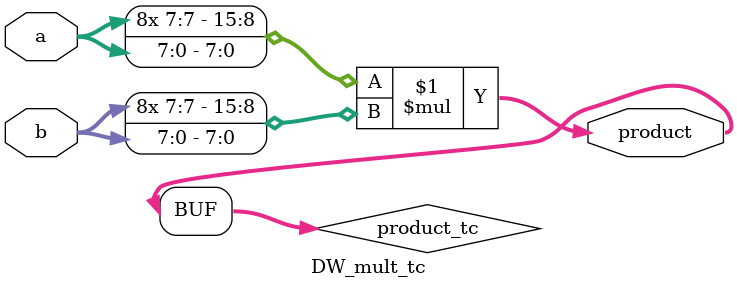
<source format=v>


//-----------------------------------------------------------------------------
//
// ABSTRACT:  Signed multiplier
//
//
// MODIFIED:
//
//
//------------------------------------------------------------------------------

module DW_mult_tc( a, b, product );


// parameters
parameter a_width = 8;
parameter b_width = 8;


//-----------------------------------------------------------------------------
// ports
input [a_width-1 : 0]	a;
input [b_width-1 : 0]	b;
output [a_width+b_width-1:0]	product;

wire signed [a_width+b_width-1:0]	product_tc;

  assign product_tc = $signed(a) * $signed(b);

  assign product = product_tc;

endmodule

</source>
